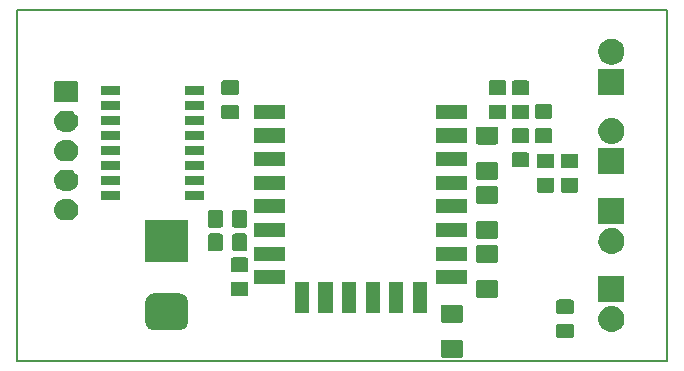
<source format=gbr>
G04 #@! TF.GenerationSoftware,KiCad,Pcbnew,(5.1.2-1)-1*
G04 #@! TF.CreationDate,2019-10-05T22:58:12+03:00*
G04 #@! TF.ProjectId,curtains-driver,63757274-6169-46e7-932d-647269766572,rev?*
G04 #@! TF.SameCoordinates,Original*
G04 #@! TF.FileFunction,Soldermask,Bot*
G04 #@! TF.FilePolarity,Negative*
%FSLAX46Y46*%
G04 Gerber Fmt 4.6, Leading zero omitted, Abs format (unit mm)*
G04 Created by KiCad (PCBNEW (5.1.2-1)-1) date 2019-10-05 22:58:12*
%MOMM*%
%LPD*%
G04 APERTURE LIST*
%ADD10C,0.150000*%
%ADD11C,0.100000*%
G04 APERTURE END LIST*
D10*
X134000000Y-63754000D02*
X134000000Y-93500000D01*
X78968600Y-63754000D02*
X78968600Y-93472000D01*
X134000000Y-93500000D02*
X78968600Y-93472000D01*
X78968600Y-63754000D02*
X134000000Y-63754000D01*
D11*
G36*
X116537562Y-91685581D02*
G01*
X116572481Y-91696174D01*
X116604663Y-91713376D01*
X116632873Y-91736527D01*
X116656024Y-91764737D01*
X116673226Y-91796919D01*
X116683819Y-91831838D01*
X116688000Y-91874295D01*
X116688000Y-93015505D01*
X116683819Y-93057962D01*
X116673226Y-93092881D01*
X116656024Y-93125063D01*
X116632873Y-93153273D01*
X116604663Y-93176424D01*
X116572481Y-93193626D01*
X116537562Y-93204219D01*
X116495105Y-93208400D01*
X115028895Y-93208400D01*
X114986438Y-93204219D01*
X114951519Y-93193626D01*
X114919337Y-93176424D01*
X114891127Y-93153273D01*
X114867976Y-93125063D01*
X114850774Y-93092881D01*
X114840181Y-93057962D01*
X114836000Y-93015505D01*
X114836000Y-91874295D01*
X114840181Y-91831838D01*
X114850774Y-91796919D01*
X114867976Y-91764737D01*
X114891127Y-91736527D01*
X114919337Y-91713376D01*
X114951519Y-91696174D01*
X114986438Y-91685581D01*
X115028895Y-91681400D01*
X116495105Y-91681400D01*
X116537562Y-91685581D01*
X116537562Y-91685581D01*
G37*
G36*
X125937674Y-90319465D02*
G01*
X125975367Y-90330899D01*
X126010103Y-90349466D01*
X126040548Y-90374452D01*
X126065534Y-90404897D01*
X126084101Y-90439633D01*
X126095535Y-90477326D01*
X126100000Y-90522661D01*
X126100000Y-91359339D01*
X126095535Y-91404674D01*
X126084101Y-91442367D01*
X126065534Y-91477103D01*
X126040548Y-91507548D01*
X126010103Y-91532534D01*
X125975367Y-91551101D01*
X125937674Y-91562535D01*
X125892339Y-91567000D01*
X124805661Y-91567000D01*
X124760326Y-91562535D01*
X124722633Y-91551101D01*
X124687897Y-91532534D01*
X124657452Y-91507548D01*
X124632466Y-91477103D01*
X124613899Y-91442367D01*
X124602465Y-91404674D01*
X124598000Y-91359339D01*
X124598000Y-90522661D01*
X124602465Y-90477326D01*
X124613899Y-90439633D01*
X124632466Y-90404897D01*
X124657452Y-90374452D01*
X124687897Y-90349466D01*
X124722633Y-90330899D01*
X124760326Y-90319465D01*
X124805661Y-90315000D01*
X125892339Y-90315000D01*
X125937674Y-90319465D01*
X125937674Y-90319465D01*
G37*
G36*
X129447030Y-88825461D02*
G01*
X129607150Y-88857311D01*
X129642071Y-88871776D01*
X129807520Y-88940307D01*
X129987844Y-89060795D01*
X130141205Y-89214156D01*
X130261693Y-89394480D01*
X130261693Y-89394481D01*
X130344689Y-89594850D01*
X130387000Y-89807561D01*
X130387000Y-90024439D01*
X130344689Y-90237150D01*
X130312442Y-90315000D01*
X130261693Y-90437520D01*
X130141205Y-90617844D01*
X129987844Y-90771205D01*
X129807520Y-90891693D01*
X129607150Y-90974689D01*
X129500794Y-90995845D01*
X129394440Y-91017000D01*
X129177560Y-91017000D01*
X129071205Y-90995844D01*
X128964850Y-90974689D01*
X128764480Y-90891693D01*
X128584156Y-90771205D01*
X128430795Y-90617844D01*
X128310307Y-90437520D01*
X128259558Y-90315000D01*
X128227311Y-90237150D01*
X128185000Y-90024439D01*
X128185000Y-89807561D01*
X128227311Y-89594850D01*
X128310307Y-89394481D01*
X128310307Y-89394480D01*
X128430795Y-89214156D01*
X128584156Y-89060795D01*
X128764480Y-88940307D01*
X128929929Y-88871776D01*
X128964850Y-88857311D01*
X129124970Y-88825461D01*
X129177560Y-88815000D01*
X129394440Y-88815000D01*
X129447030Y-88825461D01*
X129447030Y-88825461D01*
G37*
G36*
X92857479Y-87775293D02*
G01*
X92991125Y-87815834D01*
X93114284Y-87881664D01*
X93222240Y-87970260D01*
X93310836Y-88078216D01*
X93376666Y-88201375D01*
X93417207Y-88335021D01*
X93431500Y-88480140D01*
X93431500Y-90143860D01*
X93417207Y-90288979D01*
X93376666Y-90422625D01*
X93310836Y-90545784D01*
X93222240Y-90653740D01*
X93114284Y-90742336D01*
X92991125Y-90808166D01*
X92857479Y-90848707D01*
X92712360Y-90863000D01*
X90548640Y-90863000D01*
X90403521Y-90848707D01*
X90269875Y-90808166D01*
X90146716Y-90742336D01*
X90038760Y-90653740D01*
X89950164Y-90545784D01*
X89884334Y-90422625D01*
X89843793Y-90288979D01*
X89829500Y-90143860D01*
X89829500Y-88480140D01*
X89843793Y-88335021D01*
X89884334Y-88201375D01*
X89950164Y-88078216D01*
X90038760Y-87970260D01*
X90146716Y-87881664D01*
X90269875Y-87815834D01*
X90403521Y-87775293D01*
X90548640Y-87761000D01*
X92712360Y-87761000D01*
X92857479Y-87775293D01*
X92857479Y-87775293D01*
G37*
G36*
X116537562Y-88710581D02*
G01*
X116572481Y-88721174D01*
X116604663Y-88738376D01*
X116632873Y-88761527D01*
X116656024Y-88789737D01*
X116673226Y-88821919D01*
X116683819Y-88856838D01*
X116688000Y-88899295D01*
X116688000Y-90040505D01*
X116683819Y-90082962D01*
X116673226Y-90117881D01*
X116656024Y-90150063D01*
X116632873Y-90178273D01*
X116604663Y-90201424D01*
X116572481Y-90218626D01*
X116537562Y-90229219D01*
X116495105Y-90233400D01*
X115028895Y-90233400D01*
X114986438Y-90229219D01*
X114951519Y-90218626D01*
X114919337Y-90201424D01*
X114891127Y-90178273D01*
X114867976Y-90150063D01*
X114850774Y-90117881D01*
X114840181Y-90082962D01*
X114836000Y-90040505D01*
X114836000Y-88899295D01*
X114840181Y-88856838D01*
X114850774Y-88821919D01*
X114867976Y-88789737D01*
X114891127Y-88761527D01*
X114919337Y-88738376D01*
X114951519Y-88721174D01*
X114986438Y-88710581D01*
X115028895Y-88706400D01*
X116495105Y-88706400D01*
X116537562Y-88710581D01*
X116537562Y-88710581D01*
G37*
G36*
X125937674Y-88269465D02*
G01*
X125975367Y-88280899D01*
X126010103Y-88299466D01*
X126040548Y-88324452D01*
X126065534Y-88354897D01*
X126084101Y-88389633D01*
X126095535Y-88427326D01*
X126100000Y-88472661D01*
X126100000Y-89309339D01*
X126095535Y-89354674D01*
X126084101Y-89392367D01*
X126065534Y-89427103D01*
X126040548Y-89457548D01*
X126010103Y-89482534D01*
X125975367Y-89501101D01*
X125937674Y-89512535D01*
X125892339Y-89517000D01*
X124805661Y-89517000D01*
X124760326Y-89512535D01*
X124722633Y-89501101D01*
X124687897Y-89482534D01*
X124657452Y-89457548D01*
X124632466Y-89427103D01*
X124613899Y-89392367D01*
X124602465Y-89354674D01*
X124598000Y-89309339D01*
X124598000Y-88472661D01*
X124602465Y-88427326D01*
X124613899Y-88389633D01*
X124632466Y-88354897D01*
X124657452Y-88324452D01*
X124687897Y-88299466D01*
X124722633Y-88280899D01*
X124760326Y-88269465D01*
X124805661Y-88265000D01*
X125892339Y-88265000D01*
X125937674Y-88269465D01*
X125937674Y-88269465D01*
G37*
G36*
X103673000Y-89387500D02*
G01*
X102471000Y-89387500D01*
X102471000Y-86785500D01*
X103673000Y-86785500D01*
X103673000Y-89387500D01*
X103673000Y-89387500D01*
G37*
G36*
X113673000Y-89387500D02*
G01*
X112471000Y-89387500D01*
X112471000Y-86785500D01*
X113673000Y-86785500D01*
X113673000Y-89387500D01*
X113673000Y-89387500D01*
G37*
G36*
X105673000Y-89387500D02*
G01*
X104471000Y-89387500D01*
X104471000Y-86785500D01*
X105673000Y-86785500D01*
X105673000Y-89387500D01*
X105673000Y-89387500D01*
G37*
G36*
X107673000Y-89387500D02*
G01*
X106471000Y-89387500D01*
X106471000Y-86785500D01*
X107673000Y-86785500D01*
X107673000Y-89387500D01*
X107673000Y-89387500D01*
G37*
G36*
X109673000Y-89387500D02*
G01*
X108471000Y-89387500D01*
X108471000Y-86785500D01*
X109673000Y-86785500D01*
X109673000Y-89387500D01*
X109673000Y-89387500D01*
G37*
G36*
X111673000Y-89387500D02*
G01*
X110471000Y-89387500D01*
X110471000Y-86785500D01*
X111673000Y-86785500D01*
X111673000Y-89387500D01*
X111673000Y-89387500D01*
G37*
G36*
X130387000Y-88477000D02*
G01*
X128185000Y-88477000D01*
X128185000Y-86275000D01*
X130387000Y-86275000D01*
X130387000Y-88477000D01*
X130387000Y-88477000D01*
G37*
G36*
X119520562Y-86602181D02*
G01*
X119555481Y-86612774D01*
X119587663Y-86629976D01*
X119615873Y-86653127D01*
X119639024Y-86681337D01*
X119656226Y-86713519D01*
X119666819Y-86748438D01*
X119671000Y-86790895D01*
X119671000Y-87932105D01*
X119666819Y-87974562D01*
X119656226Y-88009481D01*
X119639024Y-88041663D01*
X119615873Y-88069873D01*
X119587663Y-88093024D01*
X119555481Y-88110226D01*
X119520562Y-88120819D01*
X119478105Y-88125000D01*
X118011895Y-88125000D01*
X117969438Y-88120819D01*
X117934519Y-88110226D01*
X117902337Y-88093024D01*
X117874127Y-88069873D01*
X117850976Y-88041663D01*
X117833774Y-88009481D01*
X117823181Y-87974562D01*
X117819000Y-87932105D01*
X117819000Y-86790895D01*
X117823181Y-86748438D01*
X117833774Y-86713519D01*
X117850976Y-86681337D01*
X117874127Y-86653127D01*
X117902337Y-86629976D01*
X117934519Y-86612774D01*
X117969438Y-86602181D01*
X118011895Y-86598000D01*
X119478105Y-86598000D01*
X119520562Y-86602181D01*
X119520562Y-86602181D01*
G37*
G36*
X98378674Y-86763465D02*
G01*
X98416367Y-86774899D01*
X98451103Y-86793466D01*
X98481548Y-86818452D01*
X98506534Y-86848897D01*
X98525101Y-86883633D01*
X98536535Y-86921326D01*
X98541000Y-86966661D01*
X98541000Y-87803339D01*
X98536535Y-87848674D01*
X98525101Y-87886367D01*
X98506534Y-87921103D01*
X98481548Y-87951548D01*
X98451103Y-87976534D01*
X98416367Y-87995101D01*
X98378674Y-88006535D01*
X98333339Y-88011000D01*
X97246661Y-88011000D01*
X97201326Y-88006535D01*
X97163633Y-87995101D01*
X97128897Y-87976534D01*
X97098452Y-87951548D01*
X97073466Y-87921103D01*
X97054899Y-87886367D01*
X97043465Y-87848674D01*
X97039000Y-87803339D01*
X97039000Y-86966661D01*
X97043465Y-86921326D01*
X97054899Y-86883633D01*
X97073466Y-86848897D01*
X97098452Y-86818452D01*
X97128897Y-86793466D01*
X97163633Y-86774899D01*
X97201326Y-86763465D01*
X97246661Y-86759000D01*
X98333339Y-86759000D01*
X98378674Y-86763465D01*
X98378674Y-86763465D01*
G37*
G36*
X117063000Y-86987500D02*
G01*
X114461000Y-86987500D01*
X114461000Y-85785500D01*
X117063000Y-85785500D01*
X117063000Y-86987500D01*
X117063000Y-86987500D01*
G37*
G36*
X101663000Y-86987500D02*
G01*
X99061000Y-86987500D01*
X99061000Y-85785500D01*
X101663000Y-85785500D01*
X101663000Y-86987500D01*
X101663000Y-86987500D01*
G37*
G36*
X98378674Y-84713465D02*
G01*
X98416367Y-84724899D01*
X98451103Y-84743466D01*
X98481548Y-84768452D01*
X98506534Y-84798897D01*
X98525101Y-84833633D01*
X98536535Y-84871326D01*
X98541000Y-84916661D01*
X98541000Y-85753339D01*
X98536535Y-85798674D01*
X98525101Y-85836367D01*
X98506534Y-85871103D01*
X98481548Y-85901548D01*
X98451103Y-85926534D01*
X98416367Y-85945101D01*
X98378674Y-85956535D01*
X98333339Y-85961000D01*
X97246661Y-85961000D01*
X97201326Y-85956535D01*
X97163633Y-85945101D01*
X97128897Y-85926534D01*
X97098452Y-85901548D01*
X97073466Y-85871103D01*
X97054899Y-85836367D01*
X97043465Y-85798674D01*
X97039000Y-85753339D01*
X97039000Y-84916661D01*
X97043465Y-84871326D01*
X97054899Y-84833633D01*
X97073466Y-84798897D01*
X97098452Y-84768452D01*
X97128897Y-84743466D01*
X97163633Y-84724899D01*
X97201326Y-84713465D01*
X97246661Y-84709000D01*
X98333339Y-84709000D01*
X98378674Y-84713465D01*
X98378674Y-84713465D01*
G37*
G36*
X119520562Y-83627181D02*
G01*
X119555481Y-83637774D01*
X119587663Y-83654976D01*
X119615873Y-83678127D01*
X119639024Y-83706337D01*
X119656226Y-83738519D01*
X119666819Y-83773438D01*
X119671000Y-83815895D01*
X119671000Y-84957105D01*
X119666819Y-84999562D01*
X119656226Y-85034481D01*
X119639024Y-85066663D01*
X119615873Y-85094873D01*
X119587663Y-85118024D01*
X119555481Y-85135226D01*
X119520562Y-85145819D01*
X119478105Y-85150000D01*
X118011895Y-85150000D01*
X117969438Y-85145819D01*
X117934519Y-85135226D01*
X117902337Y-85118024D01*
X117874127Y-85094873D01*
X117850976Y-85066663D01*
X117833774Y-85034481D01*
X117823181Y-84999562D01*
X117819000Y-84957105D01*
X117819000Y-83815895D01*
X117823181Y-83773438D01*
X117833774Y-83738519D01*
X117850976Y-83706337D01*
X117874127Y-83678127D01*
X117902337Y-83654976D01*
X117934519Y-83637774D01*
X117969438Y-83627181D01*
X118011895Y-83623000D01*
X119478105Y-83623000D01*
X119520562Y-83627181D01*
X119520562Y-83627181D01*
G37*
G36*
X93431500Y-85113000D02*
G01*
X89829500Y-85113000D01*
X89829500Y-81511000D01*
X93431500Y-81511000D01*
X93431500Y-85113000D01*
X93431500Y-85113000D01*
G37*
G36*
X101663000Y-84987500D02*
G01*
X99061000Y-84987500D01*
X99061000Y-83785500D01*
X101663000Y-83785500D01*
X101663000Y-84987500D01*
X101663000Y-84987500D01*
G37*
G36*
X117063000Y-84987500D02*
G01*
X114461000Y-84987500D01*
X114461000Y-83785500D01*
X117063000Y-83785500D01*
X117063000Y-84987500D01*
X117063000Y-84987500D01*
G37*
G36*
X129500795Y-82232156D02*
G01*
X129607150Y-82253311D01*
X129807520Y-82336307D01*
X129987844Y-82456795D01*
X130141205Y-82610156D01*
X130261693Y-82790480D01*
X130261693Y-82790481D01*
X130321294Y-82934369D01*
X130344689Y-82990851D01*
X130367366Y-83104852D01*
X130387000Y-83203561D01*
X130387000Y-83420439D01*
X130344689Y-83633150D01*
X130335648Y-83654976D01*
X130261693Y-83833520D01*
X130141205Y-84013844D01*
X129987844Y-84167205D01*
X129807520Y-84287693D01*
X129607150Y-84370689D01*
X129500794Y-84391845D01*
X129394440Y-84413000D01*
X129177560Y-84413000D01*
X129071206Y-84391845D01*
X128964850Y-84370689D01*
X128764480Y-84287693D01*
X128584156Y-84167205D01*
X128430795Y-84013844D01*
X128310307Y-83833520D01*
X128236352Y-83654976D01*
X128227311Y-83633150D01*
X128185000Y-83420439D01*
X128185000Y-83203561D01*
X128204635Y-83104852D01*
X128227311Y-82990851D01*
X128250707Y-82934369D01*
X128310307Y-82790481D01*
X128310307Y-82790480D01*
X128430795Y-82610156D01*
X128584156Y-82456795D01*
X128764480Y-82336307D01*
X128864666Y-82294809D01*
X128964850Y-82253311D01*
X129071205Y-82232156D01*
X129177560Y-82211000D01*
X129394440Y-82211000D01*
X129500795Y-82232156D01*
X129500795Y-82232156D01*
G37*
G36*
X96212674Y-82684865D02*
G01*
X96250367Y-82696299D01*
X96285103Y-82714866D01*
X96315548Y-82739852D01*
X96340534Y-82770297D01*
X96359101Y-82805033D01*
X96370535Y-82842726D01*
X96375000Y-82888061D01*
X96375000Y-83974739D01*
X96370535Y-84020074D01*
X96359101Y-84057767D01*
X96340534Y-84092503D01*
X96315548Y-84122948D01*
X96285103Y-84147934D01*
X96250367Y-84166501D01*
X96212674Y-84177935D01*
X96167339Y-84182400D01*
X95330661Y-84182400D01*
X95285326Y-84177935D01*
X95247633Y-84166501D01*
X95212897Y-84147934D01*
X95182452Y-84122948D01*
X95157466Y-84092503D01*
X95138899Y-84057767D01*
X95127465Y-84020074D01*
X95123000Y-83974739D01*
X95123000Y-82888061D01*
X95127465Y-82842726D01*
X95138899Y-82805033D01*
X95157466Y-82770297D01*
X95182452Y-82739852D01*
X95212897Y-82714866D01*
X95247633Y-82696299D01*
X95285326Y-82684865D01*
X95330661Y-82680400D01*
X96167339Y-82680400D01*
X96212674Y-82684865D01*
X96212674Y-82684865D01*
G37*
G36*
X98262674Y-82684865D02*
G01*
X98300367Y-82696299D01*
X98335103Y-82714866D01*
X98365548Y-82739852D01*
X98390534Y-82770297D01*
X98409101Y-82805033D01*
X98420535Y-82842726D01*
X98425000Y-82888061D01*
X98425000Y-83974739D01*
X98420535Y-84020074D01*
X98409101Y-84057767D01*
X98390534Y-84092503D01*
X98365548Y-84122948D01*
X98335103Y-84147934D01*
X98300367Y-84166501D01*
X98262674Y-84177935D01*
X98217339Y-84182400D01*
X97380661Y-84182400D01*
X97335326Y-84177935D01*
X97297633Y-84166501D01*
X97262897Y-84147934D01*
X97232452Y-84122948D01*
X97207466Y-84092503D01*
X97188899Y-84057767D01*
X97177465Y-84020074D01*
X97173000Y-83974739D01*
X97173000Y-82888061D01*
X97177465Y-82842726D01*
X97188899Y-82805033D01*
X97207466Y-82770297D01*
X97232452Y-82739852D01*
X97262897Y-82714866D01*
X97297633Y-82696299D01*
X97335326Y-82684865D01*
X97380661Y-82680400D01*
X98217339Y-82680400D01*
X98262674Y-82684865D01*
X98262674Y-82684865D01*
G37*
G36*
X119520562Y-81627181D02*
G01*
X119555481Y-81637774D01*
X119587663Y-81654976D01*
X119615873Y-81678127D01*
X119639024Y-81706337D01*
X119656226Y-81738519D01*
X119666819Y-81773438D01*
X119671000Y-81815895D01*
X119671000Y-82957105D01*
X119666819Y-82999562D01*
X119656226Y-83034481D01*
X119639024Y-83066663D01*
X119615873Y-83094873D01*
X119587663Y-83118024D01*
X119555481Y-83135226D01*
X119520562Y-83145819D01*
X119478105Y-83150000D01*
X118011895Y-83150000D01*
X117969438Y-83145819D01*
X117934519Y-83135226D01*
X117902337Y-83118024D01*
X117874127Y-83094873D01*
X117850976Y-83066663D01*
X117833774Y-83034481D01*
X117823181Y-82999562D01*
X117819000Y-82957105D01*
X117819000Y-81815895D01*
X117823181Y-81773438D01*
X117833774Y-81738519D01*
X117850976Y-81706337D01*
X117874127Y-81678127D01*
X117902337Y-81654976D01*
X117934519Y-81637774D01*
X117969438Y-81627181D01*
X118011895Y-81623000D01*
X119478105Y-81623000D01*
X119520562Y-81627181D01*
X119520562Y-81627181D01*
G37*
G36*
X117063000Y-82987500D02*
G01*
X114461000Y-82987500D01*
X114461000Y-81785500D01*
X117063000Y-81785500D01*
X117063000Y-82987500D01*
X117063000Y-82987500D01*
G37*
G36*
X101663000Y-82987500D02*
G01*
X99061000Y-82987500D01*
X99061000Y-81785500D01*
X101663000Y-81785500D01*
X101663000Y-82987500D01*
X101663000Y-82987500D01*
G37*
G36*
X96212674Y-80685865D02*
G01*
X96250367Y-80697299D01*
X96285103Y-80715866D01*
X96315548Y-80740852D01*
X96340534Y-80771297D01*
X96359101Y-80806033D01*
X96370535Y-80843726D01*
X96375000Y-80889061D01*
X96375000Y-81975739D01*
X96370535Y-82021074D01*
X96359101Y-82058767D01*
X96340534Y-82093503D01*
X96315548Y-82123948D01*
X96285103Y-82148934D01*
X96250367Y-82167501D01*
X96212674Y-82178935D01*
X96167339Y-82183400D01*
X95330661Y-82183400D01*
X95285326Y-82178935D01*
X95247633Y-82167501D01*
X95212897Y-82148934D01*
X95182452Y-82123948D01*
X95157466Y-82093503D01*
X95138899Y-82058767D01*
X95127465Y-82021074D01*
X95123000Y-81975739D01*
X95123000Y-80889061D01*
X95127465Y-80843726D01*
X95138899Y-80806033D01*
X95157466Y-80771297D01*
X95182452Y-80740852D01*
X95212897Y-80715866D01*
X95247633Y-80697299D01*
X95285326Y-80685865D01*
X95330661Y-80681400D01*
X96167339Y-80681400D01*
X96212674Y-80685865D01*
X96212674Y-80685865D01*
G37*
G36*
X98262674Y-80685865D02*
G01*
X98300367Y-80697299D01*
X98335103Y-80715866D01*
X98365548Y-80740852D01*
X98390534Y-80771297D01*
X98409101Y-80806033D01*
X98420535Y-80843726D01*
X98425000Y-80889061D01*
X98425000Y-81975739D01*
X98420535Y-82021074D01*
X98409101Y-82058767D01*
X98390534Y-82093503D01*
X98365548Y-82123948D01*
X98335103Y-82148934D01*
X98300367Y-82167501D01*
X98262674Y-82178935D01*
X98217339Y-82183400D01*
X97380661Y-82183400D01*
X97335326Y-82178935D01*
X97297633Y-82167501D01*
X97262897Y-82148934D01*
X97232452Y-82123948D01*
X97207466Y-82093503D01*
X97188899Y-82058767D01*
X97177465Y-82021074D01*
X97173000Y-81975739D01*
X97173000Y-80889061D01*
X97177465Y-80843726D01*
X97188899Y-80806033D01*
X97207466Y-80771297D01*
X97232452Y-80740852D01*
X97262897Y-80715866D01*
X97297633Y-80697299D01*
X97335326Y-80685865D01*
X97380661Y-80681400D01*
X98217339Y-80681400D01*
X98262674Y-80685865D01*
X98262674Y-80685865D01*
G37*
G36*
X130387000Y-81873000D02*
G01*
X128185000Y-81873000D01*
X128185000Y-79671000D01*
X130387000Y-79671000D01*
X130387000Y-81873000D01*
X130387000Y-81873000D01*
G37*
G36*
X83356942Y-79781018D02*
G01*
X83423127Y-79787537D01*
X83592966Y-79839057D01*
X83749491Y-79922722D01*
X83785229Y-79952052D01*
X83886686Y-80035314D01*
X83964270Y-80129852D01*
X83999278Y-80172509D01*
X84082943Y-80329034D01*
X84134463Y-80498873D01*
X84151859Y-80675500D01*
X84134463Y-80852127D01*
X84082943Y-81021966D01*
X83999278Y-81178491D01*
X83969948Y-81214229D01*
X83886686Y-81315686D01*
X83785229Y-81398948D01*
X83749491Y-81428278D01*
X83592966Y-81511943D01*
X83423127Y-81563463D01*
X83356942Y-81569982D01*
X83290760Y-81576500D01*
X82952240Y-81576500D01*
X82886058Y-81569982D01*
X82819873Y-81563463D01*
X82650034Y-81511943D01*
X82493509Y-81428278D01*
X82457771Y-81398948D01*
X82356314Y-81315686D01*
X82273052Y-81214229D01*
X82243722Y-81178491D01*
X82160057Y-81021966D01*
X82108537Y-80852127D01*
X82091141Y-80675500D01*
X82108537Y-80498873D01*
X82160057Y-80329034D01*
X82243722Y-80172509D01*
X82278730Y-80129852D01*
X82356314Y-80035314D01*
X82457771Y-79952052D01*
X82493509Y-79922722D01*
X82650034Y-79839057D01*
X82819873Y-79787537D01*
X82886058Y-79781018D01*
X82952240Y-79774500D01*
X83290760Y-79774500D01*
X83356942Y-79781018D01*
X83356942Y-79781018D01*
G37*
G36*
X117063000Y-80987500D02*
G01*
X114461000Y-80987500D01*
X114461000Y-79785500D01*
X117063000Y-79785500D01*
X117063000Y-80987500D01*
X117063000Y-80987500D01*
G37*
G36*
X101663000Y-80987500D02*
G01*
X99061000Y-80987500D01*
X99061000Y-79785500D01*
X101663000Y-79785500D01*
X101663000Y-80987500D01*
X101663000Y-80987500D01*
G37*
G36*
X119520562Y-78652181D02*
G01*
X119555481Y-78662774D01*
X119587663Y-78679976D01*
X119615873Y-78703127D01*
X119639024Y-78731337D01*
X119656226Y-78763519D01*
X119666819Y-78798438D01*
X119671000Y-78840895D01*
X119671000Y-79982105D01*
X119666819Y-80024562D01*
X119656226Y-80059481D01*
X119639024Y-80091663D01*
X119615873Y-80119873D01*
X119587663Y-80143024D01*
X119555481Y-80160226D01*
X119520562Y-80170819D01*
X119478105Y-80175000D01*
X118011895Y-80175000D01*
X117969438Y-80170819D01*
X117934519Y-80160226D01*
X117902337Y-80143024D01*
X117874127Y-80119873D01*
X117850976Y-80091663D01*
X117833774Y-80059481D01*
X117823181Y-80024562D01*
X117819000Y-79982105D01*
X117819000Y-78840895D01*
X117823181Y-78798438D01*
X117833774Y-78763519D01*
X117850976Y-78731337D01*
X117874127Y-78703127D01*
X117902337Y-78679976D01*
X117934519Y-78662774D01*
X117969438Y-78652181D01*
X118011895Y-78648000D01*
X119478105Y-78648000D01*
X119520562Y-78652181D01*
X119520562Y-78652181D01*
G37*
G36*
X94775000Y-79817500D02*
G01*
X93173000Y-79817500D01*
X93173000Y-79115500D01*
X94775000Y-79115500D01*
X94775000Y-79817500D01*
X94775000Y-79817500D01*
G37*
G36*
X87675000Y-79817500D02*
G01*
X86073000Y-79817500D01*
X86073000Y-79115500D01*
X87675000Y-79115500D01*
X87675000Y-79817500D01*
X87675000Y-79817500D01*
G37*
G36*
X124286674Y-77967131D02*
G01*
X124324367Y-77978565D01*
X124359103Y-77997132D01*
X124389548Y-78022118D01*
X124414534Y-78052563D01*
X124433101Y-78087299D01*
X124444535Y-78124992D01*
X124449000Y-78170327D01*
X124449000Y-79007005D01*
X124444535Y-79052340D01*
X124433101Y-79090033D01*
X124414534Y-79124769D01*
X124389548Y-79155214D01*
X124359103Y-79180200D01*
X124324367Y-79198767D01*
X124286674Y-79210201D01*
X124241339Y-79214666D01*
X123154661Y-79214666D01*
X123109326Y-79210201D01*
X123071633Y-79198767D01*
X123036897Y-79180200D01*
X123006452Y-79155214D01*
X122981466Y-79124769D01*
X122962899Y-79090033D01*
X122951465Y-79052340D01*
X122947000Y-79007005D01*
X122947000Y-78170327D01*
X122951465Y-78124992D01*
X122962899Y-78087299D01*
X122981466Y-78052563D01*
X123006452Y-78022118D01*
X123036897Y-77997132D01*
X123071633Y-77978565D01*
X123109326Y-77967131D01*
X123154661Y-77962666D01*
X124241339Y-77962666D01*
X124286674Y-77967131D01*
X124286674Y-77967131D01*
G37*
G36*
X126318674Y-77967131D02*
G01*
X126356367Y-77978565D01*
X126391103Y-77997132D01*
X126421548Y-78022118D01*
X126446534Y-78052563D01*
X126465101Y-78087299D01*
X126476535Y-78124992D01*
X126481000Y-78170327D01*
X126481000Y-79007005D01*
X126476535Y-79052340D01*
X126465101Y-79090033D01*
X126446534Y-79124769D01*
X126421548Y-79155214D01*
X126391103Y-79180200D01*
X126356367Y-79198767D01*
X126318674Y-79210201D01*
X126273339Y-79214666D01*
X125186661Y-79214666D01*
X125141326Y-79210201D01*
X125103633Y-79198767D01*
X125068897Y-79180200D01*
X125038452Y-79155214D01*
X125013466Y-79124769D01*
X124994899Y-79090033D01*
X124983465Y-79052340D01*
X124979000Y-79007005D01*
X124979000Y-78170327D01*
X124983465Y-78124992D01*
X124994899Y-78087299D01*
X125013466Y-78052563D01*
X125038452Y-78022118D01*
X125068897Y-77997132D01*
X125103633Y-77978565D01*
X125141326Y-77967131D01*
X125186661Y-77962666D01*
X126273339Y-77962666D01*
X126318674Y-77967131D01*
X126318674Y-77967131D01*
G37*
G36*
X83356943Y-77281019D02*
G01*
X83423127Y-77287537D01*
X83592966Y-77339057D01*
X83749491Y-77422722D01*
X83785229Y-77452052D01*
X83886686Y-77535314D01*
X83969948Y-77636771D01*
X83999278Y-77672509D01*
X84082943Y-77829034D01*
X84134463Y-77998873D01*
X84151859Y-78175500D01*
X84134463Y-78352127D01*
X84082943Y-78521966D01*
X83999278Y-78678491D01*
X83969948Y-78714229D01*
X83886686Y-78815686D01*
X83785229Y-78898948D01*
X83749491Y-78928278D01*
X83592966Y-79011943D01*
X83423127Y-79063463D01*
X83356942Y-79069982D01*
X83290760Y-79076500D01*
X82952240Y-79076500D01*
X82886058Y-79069982D01*
X82819873Y-79063463D01*
X82650034Y-79011943D01*
X82493509Y-78928278D01*
X82457771Y-78898948D01*
X82356314Y-78815686D01*
X82273052Y-78714229D01*
X82243722Y-78678491D01*
X82160057Y-78521966D01*
X82108537Y-78352127D01*
X82091141Y-78175500D01*
X82108537Y-77998873D01*
X82160057Y-77829034D01*
X82243722Y-77672509D01*
X82273052Y-77636771D01*
X82356314Y-77535314D01*
X82457771Y-77452052D01*
X82493509Y-77422722D01*
X82650034Y-77339057D01*
X82819873Y-77287537D01*
X82886057Y-77281019D01*
X82952240Y-77274500D01*
X83290760Y-77274500D01*
X83356943Y-77281019D01*
X83356943Y-77281019D01*
G37*
G36*
X117063000Y-78987500D02*
G01*
X114461000Y-78987500D01*
X114461000Y-77785500D01*
X117063000Y-77785500D01*
X117063000Y-78987500D01*
X117063000Y-78987500D01*
G37*
G36*
X101663000Y-78987500D02*
G01*
X99061000Y-78987500D01*
X99061000Y-77785500D01*
X101663000Y-77785500D01*
X101663000Y-78987500D01*
X101663000Y-78987500D01*
G37*
G36*
X87675000Y-78547500D02*
G01*
X86073000Y-78547500D01*
X86073000Y-77845500D01*
X87675000Y-77845500D01*
X87675000Y-78547500D01*
X87675000Y-78547500D01*
G37*
G36*
X94775000Y-78547500D02*
G01*
X93173000Y-78547500D01*
X93173000Y-77845500D01*
X94775000Y-77845500D01*
X94775000Y-78547500D01*
X94775000Y-78547500D01*
G37*
G36*
X119520562Y-76602181D02*
G01*
X119555481Y-76612774D01*
X119587663Y-76629976D01*
X119615873Y-76653127D01*
X119639024Y-76681337D01*
X119656226Y-76713519D01*
X119666819Y-76748438D01*
X119671000Y-76790895D01*
X119671000Y-77932105D01*
X119666819Y-77974562D01*
X119656226Y-78009481D01*
X119639024Y-78041663D01*
X119615873Y-78069873D01*
X119587663Y-78093024D01*
X119555481Y-78110226D01*
X119520562Y-78120819D01*
X119478105Y-78125000D01*
X118011895Y-78125000D01*
X117969438Y-78120819D01*
X117934519Y-78110226D01*
X117902337Y-78093024D01*
X117874127Y-78069873D01*
X117850976Y-78041663D01*
X117833774Y-78009481D01*
X117823181Y-77974562D01*
X117819000Y-77932105D01*
X117819000Y-76790895D01*
X117823181Y-76748438D01*
X117833774Y-76713519D01*
X117850976Y-76681337D01*
X117874127Y-76653127D01*
X117902337Y-76629976D01*
X117934519Y-76612774D01*
X117969438Y-76602181D01*
X118011895Y-76598000D01*
X119478105Y-76598000D01*
X119520562Y-76602181D01*
X119520562Y-76602181D01*
G37*
G36*
X130387000Y-77639666D02*
G01*
X128185000Y-77639666D01*
X128185000Y-75437666D01*
X130387000Y-75437666D01*
X130387000Y-77639666D01*
X130387000Y-77639666D01*
G37*
G36*
X87675000Y-77277500D02*
G01*
X86073000Y-77277500D01*
X86073000Y-76575500D01*
X87675000Y-76575500D01*
X87675000Y-77277500D01*
X87675000Y-77277500D01*
G37*
G36*
X94775000Y-77277500D02*
G01*
X93173000Y-77277500D01*
X93173000Y-76575500D01*
X94775000Y-76575500D01*
X94775000Y-77277500D01*
X94775000Y-77277500D01*
G37*
G36*
X126318674Y-75917131D02*
G01*
X126356367Y-75928565D01*
X126391103Y-75947132D01*
X126421548Y-75972118D01*
X126446534Y-76002563D01*
X126465101Y-76037299D01*
X126476535Y-76074992D01*
X126481000Y-76120327D01*
X126481000Y-76957005D01*
X126476535Y-77002340D01*
X126465101Y-77040033D01*
X126446534Y-77074769D01*
X126421548Y-77105214D01*
X126391103Y-77130200D01*
X126356367Y-77148767D01*
X126318674Y-77160201D01*
X126273339Y-77164666D01*
X125186661Y-77164666D01*
X125141326Y-77160201D01*
X125103633Y-77148767D01*
X125068897Y-77130200D01*
X125038452Y-77105214D01*
X125013466Y-77074769D01*
X124994899Y-77040033D01*
X124983465Y-77002340D01*
X124979000Y-76957005D01*
X124979000Y-76120327D01*
X124983465Y-76074992D01*
X124994899Y-76037299D01*
X125013466Y-76002563D01*
X125038452Y-75972118D01*
X125068897Y-75947132D01*
X125103633Y-75928565D01*
X125141326Y-75917131D01*
X125186661Y-75912666D01*
X126273339Y-75912666D01*
X126318674Y-75917131D01*
X126318674Y-75917131D01*
G37*
G36*
X124286674Y-75917131D02*
G01*
X124324367Y-75928565D01*
X124359103Y-75947132D01*
X124389548Y-75972118D01*
X124414534Y-76002563D01*
X124433101Y-76037299D01*
X124444535Y-76074992D01*
X124449000Y-76120327D01*
X124449000Y-76957005D01*
X124444535Y-77002340D01*
X124433101Y-77040033D01*
X124414534Y-77074769D01*
X124389548Y-77105214D01*
X124359103Y-77130200D01*
X124324367Y-77148767D01*
X124286674Y-77160201D01*
X124241339Y-77164666D01*
X123154661Y-77164666D01*
X123109326Y-77160201D01*
X123071633Y-77148767D01*
X123036897Y-77130200D01*
X123006452Y-77105214D01*
X122981466Y-77074769D01*
X122962899Y-77040033D01*
X122951465Y-77002340D01*
X122947000Y-76957005D01*
X122947000Y-76120327D01*
X122951465Y-76074992D01*
X122962899Y-76037299D01*
X122981466Y-76002563D01*
X123006452Y-75972118D01*
X123036897Y-75947132D01*
X123071633Y-75928565D01*
X123109326Y-75917131D01*
X123154661Y-75912666D01*
X124241339Y-75912666D01*
X124286674Y-75917131D01*
X124286674Y-75917131D01*
G37*
G36*
X122163674Y-75814965D02*
G01*
X122201367Y-75826399D01*
X122236103Y-75844966D01*
X122266548Y-75869952D01*
X122291534Y-75900397D01*
X122310101Y-75935133D01*
X122321535Y-75972826D01*
X122326000Y-76018161D01*
X122326000Y-76854839D01*
X122321535Y-76900174D01*
X122310101Y-76937867D01*
X122291534Y-76972603D01*
X122266548Y-77003048D01*
X122236103Y-77028034D01*
X122201367Y-77046601D01*
X122163674Y-77058035D01*
X122118339Y-77062500D01*
X121031661Y-77062500D01*
X120986326Y-77058035D01*
X120948633Y-77046601D01*
X120913897Y-77028034D01*
X120883452Y-77003048D01*
X120858466Y-76972603D01*
X120839899Y-76937867D01*
X120828465Y-76900174D01*
X120824000Y-76854839D01*
X120824000Y-76018161D01*
X120828465Y-75972826D01*
X120839899Y-75935133D01*
X120858466Y-75900397D01*
X120883452Y-75869952D01*
X120913897Y-75844966D01*
X120948633Y-75826399D01*
X120986326Y-75814965D01*
X121031661Y-75810500D01*
X122118339Y-75810500D01*
X122163674Y-75814965D01*
X122163674Y-75814965D01*
G37*
G36*
X101663000Y-76987500D02*
G01*
X99061000Y-76987500D01*
X99061000Y-75785500D01*
X101663000Y-75785500D01*
X101663000Y-76987500D01*
X101663000Y-76987500D01*
G37*
G36*
X117063000Y-76987500D02*
G01*
X114461000Y-76987500D01*
X114461000Y-75785500D01*
X117063000Y-75785500D01*
X117063000Y-76987500D01*
X117063000Y-76987500D01*
G37*
G36*
X83356943Y-74781019D02*
G01*
X83423127Y-74787537D01*
X83592966Y-74839057D01*
X83749491Y-74922722D01*
X83785229Y-74952052D01*
X83886686Y-75035314D01*
X83954563Y-75118024D01*
X83999278Y-75172509D01*
X84082943Y-75329034D01*
X84134463Y-75498873D01*
X84151859Y-75675500D01*
X84134463Y-75852127D01*
X84087331Y-76007500D01*
X84082942Y-76021968D01*
X84074747Y-76037299D01*
X83999278Y-76178491D01*
X83994068Y-76184839D01*
X83886686Y-76315686D01*
X83785229Y-76398948D01*
X83749491Y-76428278D01*
X83592966Y-76511943D01*
X83423127Y-76563463D01*
X83356942Y-76569982D01*
X83290760Y-76576500D01*
X82952240Y-76576500D01*
X82886058Y-76569982D01*
X82819873Y-76563463D01*
X82650034Y-76511943D01*
X82493509Y-76428278D01*
X82457771Y-76398948D01*
X82356314Y-76315686D01*
X82248932Y-76184839D01*
X82243722Y-76178491D01*
X82168253Y-76037299D01*
X82160058Y-76021968D01*
X82155669Y-76007500D01*
X82108537Y-75852127D01*
X82091141Y-75675500D01*
X82108537Y-75498873D01*
X82160057Y-75329034D01*
X82243722Y-75172509D01*
X82288437Y-75118024D01*
X82356314Y-75035314D01*
X82457771Y-74952052D01*
X82493509Y-74922722D01*
X82650034Y-74839057D01*
X82819873Y-74787537D01*
X82886057Y-74781019D01*
X82952240Y-74774500D01*
X83290760Y-74774500D01*
X83356943Y-74781019D01*
X83356943Y-74781019D01*
G37*
G36*
X94775000Y-76007500D02*
G01*
X93173000Y-76007500D01*
X93173000Y-75305500D01*
X94775000Y-75305500D01*
X94775000Y-76007500D01*
X94775000Y-76007500D01*
G37*
G36*
X87675000Y-76007500D02*
G01*
X86073000Y-76007500D01*
X86073000Y-75305500D01*
X87675000Y-75305500D01*
X87675000Y-76007500D01*
X87675000Y-76007500D01*
G37*
G36*
X119520562Y-73627181D02*
G01*
X119555481Y-73637774D01*
X119587663Y-73654976D01*
X119615873Y-73678127D01*
X119639024Y-73706337D01*
X119656226Y-73738519D01*
X119666819Y-73773438D01*
X119671000Y-73815895D01*
X119671000Y-74957105D01*
X119666819Y-74999562D01*
X119656226Y-75034481D01*
X119639024Y-75066663D01*
X119615873Y-75094873D01*
X119587663Y-75118024D01*
X119555481Y-75135226D01*
X119520562Y-75145819D01*
X119478105Y-75150000D01*
X118011895Y-75150000D01*
X117969438Y-75145819D01*
X117934519Y-75135226D01*
X117902337Y-75118024D01*
X117874127Y-75094873D01*
X117850976Y-75066663D01*
X117833774Y-75034481D01*
X117823181Y-74999562D01*
X117819000Y-74957105D01*
X117819000Y-73815895D01*
X117823181Y-73773438D01*
X117833774Y-73738519D01*
X117850976Y-73706337D01*
X117874127Y-73678127D01*
X117902337Y-73654976D01*
X117934519Y-73637774D01*
X117969438Y-73627181D01*
X118011895Y-73623000D01*
X119478105Y-73623000D01*
X119520562Y-73627181D01*
X119520562Y-73627181D01*
G37*
G36*
X129489782Y-72916631D02*
G01*
X129607150Y-72939977D01*
X129671498Y-72966631D01*
X129807520Y-73022973D01*
X129987844Y-73143461D01*
X130141205Y-73296822D01*
X130261693Y-73477146D01*
X130261693Y-73477147D01*
X130344689Y-73677516D01*
X130344883Y-73678491D01*
X130387000Y-73890226D01*
X130387000Y-74107106D01*
X130344689Y-74319815D01*
X130261693Y-74520186D01*
X130141205Y-74700510D01*
X129987844Y-74853871D01*
X129807520Y-74974359D01*
X129715439Y-75012500D01*
X129607150Y-75057355D01*
X129500794Y-75078511D01*
X129394440Y-75099666D01*
X129177560Y-75099666D01*
X129071206Y-75078511D01*
X128964850Y-75057355D01*
X128856561Y-75012500D01*
X128764480Y-74974359D01*
X128584156Y-74853871D01*
X128430795Y-74700510D01*
X128310307Y-74520186D01*
X128227311Y-74319815D01*
X128185000Y-74107106D01*
X128185000Y-73890226D01*
X128227117Y-73678491D01*
X128227311Y-73677516D01*
X128310307Y-73477147D01*
X128310307Y-73477146D01*
X128430795Y-73296822D01*
X128584156Y-73143461D01*
X128764480Y-73022973D01*
X128900502Y-72966631D01*
X128964850Y-72939977D01*
X129082218Y-72916631D01*
X129177560Y-72897666D01*
X129394440Y-72897666D01*
X129489782Y-72916631D01*
X129489782Y-72916631D01*
G37*
G36*
X122163674Y-73764965D02*
G01*
X122201367Y-73776399D01*
X122236103Y-73794966D01*
X122266548Y-73819952D01*
X122291534Y-73850397D01*
X122310101Y-73885133D01*
X122321535Y-73922826D01*
X122326000Y-73968161D01*
X122326000Y-74804839D01*
X122321535Y-74850174D01*
X122310101Y-74887867D01*
X122291534Y-74922603D01*
X122266548Y-74953048D01*
X122236103Y-74978034D01*
X122201367Y-74996601D01*
X122163674Y-75008035D01*
X122118339Y-75012500D01*
X121031661Y-75012500D01*
X120986326Y-75008035D01*
X120948633Y-74996601D01*
X120913897Y-74978034D01*
X120883452Y-74953048D01*
X120858466Y-74922603D01*
X120839899Y-74887867D01*
X120828465Y-74850174D01*
X120824000Y-74804839D01*
X120824000Y-73968161D01*
X120828465Y-73922826D01*
X120839899Y-73885133D01*
X120858466Y-73850397D01*
X120883452Y-73819952D01*
X120913897Y-73794966D01*
X120948633Y-73776399D01*
X120986326Y-73764965D01*
X121031661Y-73760500D01*
X122118339Y-73760500D01*
X122163674Y-73764965D01*
X122163674Y-73764965D01*
G37*
G36*
X124113674Y-73764965D02*
G01*
X124151367Y-73776399D01*
X124186103Y-73794966D01*
X124216548Y-73819952D01*
X124241534Y-73850397D01*
X124260101Y-73885133D01*
X124271535Y-73922826D01*
X124276000Y-73968161D01*
X124276000Y-74804839D01*
X124271535Y-74850174D01*
X124260101Y-74887867D01*
X124241534Y-74922603D01*
X124216548Y-74953048D01*
X124186103Y-74978034D01*
X124151367Y-74996601D01*
X124113674Y-75008035D01*
X124068339Y-75012500D01*
X122981661Y-75012500D01*
X122936326Y-75008035D01*
X122898633Y-74996601D01*
X122863897Y-74978034D01*
X122833452Y-74953048D01*
X122808466Y-74922603D01*
X122789899Y-74887867D01*
X122778465Y-74850174D01*
X122774000Y-74804839D01*
X122774000Y-73968161D01*
X122778465Y-73922826D01*
X122789899Y-73885133D01*
X122808466Y-73850397D01*
X122833452Y-73819952D01*
X122863897Y-73794966D01*
X122898633Y-73776399D01*
X122936326Y-73764965D01*
X122981661Y-73760500D01*
X124068339Y-73760500D01*
X124113674Y-73764965D01*
X124113674Y-73764965D01*
G37*
G36*
X117063000Y-74987500D02*
G01*
X114461000Y-74987500D01*
X114461000Y-73785500D01*
X117063000Y-73785500D01*
X117063000Y-74987500D01*
X117063000Y-74987500D01*
G37*
G36*
X101663000Y-74987500D02*
G01*
X99061000Y-74987500D01*
X99061000Y-73785500D01*
X101663000Y-73785500D01*
X101663000Y-74987500D01*
X101663000Y-74987500D01*
G37*
G36*
X87675000Y-74737500D02*
G01*
X86073000Y-74737500D01*
X86073000Y-74035500D01*
X87675000Y-74035500D01*
X87675000Y-74737500D01*
X87675000Y-74737500D01*
G37*
G36*
X94775000Y-74737500D02*
G01*
X93173000Y-74737500D01*
X93173000Y-74035500D01*
X94775000Y-74035500D01*
X94775000Y-74737500D01*
X94775000Y-74737500D01*
G37*
G36*
X83356943Y-72281019D02*
G01*
X83423127Y-72287537D01*
X83592966Y-72339057D01*
X83749491Y-72422722D01*
X83785229Y-72452052D01*
X83886686Y-72535314D01*
X83969948Y-72636771D01*
X83999278Y-72672509D01*
X84082943Y-72829034D01*
X84134463Y-72998873D01*
X84151859Y-73175500D01*
X84134463Y-73352127D01*
X84082943Y-73521966D01*
X83999278Y-73678491D01*
X83976425Y-73706337D01*
X83886686Y-73815686D01*
X83802063Y-73885133D01*
X83749491Y-73928278D01*
X83592966Y-74011943D01*
X83423127Y-74063463D01*
X83356942Y-74069982D01*
X83290760Y-74076500D01*
X82952240Y-74076500D01*
X82886058Y-74069982D01*
X82819873Y-74063463D01*
X82650034Y-74011943D01*
X82493509Y-73928278D01*
X82440937Y-73885133D01*
X82356314Y-73815686D01*
X82266575Y-73706337D01*
X82243722Y-73678491D01*
X82160057Y-73521966D01*
X82108537Y-73352127D01*
X82091141Y-73175500D01*
X82108537Y-72998873D01*
X82160057Y-72829034D01*
X82243722Y-72672509D01*
X82273052Y-72636771D01*
X82356314Y-72535314D01*
X82457771Y-72452052D01*
X82493509Y-72422722D01*
X82650034Y-72339057D01*
X82819873Y-72287537D01*
X82886057Y-72281019D01*
X82952240Y-72274500D01*
X83290760Y-72274500D01*
X83356943Y-72281019D01*
X83356943Y-72281019D01*
G37*
G36*
X87675000Y-73467500D02*
G01*
X86073000Y-73467500D01*
X86073000Y-72765500D01*
X87675000Y-72765500D01*
X87675000Y-73467500D01*
X87675000Y-73467500D01*
G37*
G36*
X94775000Y-73467500D02*
G01*
X93173000Y-73467500D01*
X93173000Y-72765500D01*
X94775000Y-72765500D01*
X94775000Y-73467500D01*
X94775000Y-73467500D01*
G37*
G36*
X122168174Y-71778465D02*
G01*
X122205867Y-71789899D01*
X122240603Y-71808466D01*
X122271048Y-71833452D01*
X122296034Y-71863897D01*
X122314601Y-71898633D01*
X122326035Y-71936326D01*
X122330500Y-71981661D01*
X122330500Y-72818339D01*
X122326035Y-72863674D01*
X122314601Y-72901367D01*
X122296034Y-72936103D01*
X122271048Y-72966548D01*
X122240603Y-72991534D01*
X122205867Y-73010101D01*
X122168174Y-73021535D01*
X122122839Y-73026000D01*
X121036161Y-73026000D01*
X120990826Y-73021535D01*
X120953133Y-73010101D01*
X120918397Y-72991534D01*
X120887952Y-72966548D01*
X120862966Y-72936103D01*
X120844399Y-72901367D01*
X120832965Y-72863674D01*
X120828500Y-72818339D01*
X120828500Y-71981661D01*
X120832965Y-71936326D01*
X120844399Y-71898633D01*
X120862966Y-71863897D01*
X120887952Y-71833452D01*
X120918397Y-71808466D01*
X120953133Y-71789899D01*
X120990826Y-71778465D01*
X121036161Y-71774000D01*
X122122839Y-71774000D01*
X122168174Y-71778465D01*
X122168174Y-71778465D01*
G37*
G36*
X120222674Y-71764965D02*
G01*
X120260367Y-71776399D01*
X120295103Y-71794966D01*
X120325548Y-71819952D01*
X120350534Y-71850397D01*
X120369101Y-71885133D01*
X120380535Y-71922826D01*
X120385000Y-71968161D01*
X120385000Y-72804839D01*
X120380535Y-72850174D01*
X120369101Y-72887867D01*
X120350534Y-72922603D01*
X120325548Y-72953048D01*
X120295103Y-72978034D01*
X120260367Y-72996601D01*
X120222674Y-73008035D01*
X120177339Y-73012500D01*
X119090661Y-73012500D01*
X119045326Y-73008035D01*
X119007633Y-72996601D01*
X118972897Y-72978034D01*
X118942452Y-72953048D01*
X118917466Y-72922603D01*
X118898899Y-72887867D01*
X118887465Y-72850174D01*
X118883000Y-72804839D01*
X118883000Y-71968161D01*
X118887465Y-71922826D01*
X118898899Y-71885133D01*
X118917466Y-71850397D01*
X118942452Y-71819952D01*
X118972897Y-71794966D01*
X119007633Y-71776399D01*
X119045326Y-71764965D01*
X119090661Y-71760500D01*
X120177339Y-71760500D01*
X120222674Y-71764965D01*
X120222674Y-71764965D01*
G37*
G36*
X97588674Y-71764965D02*
G01*
X97626367Y-71776399D01*
X97661103Y-71794966D01*
X97691548Y-71819952D01*
X97716534Y-71850397D01*
X97735101Y-71885133D01*
X97746535Y-71922826D01*
X97751000Y-71968161D01*
X97751000Y-72804839D01*
X97746535Y-72850174D01*
X97735101Y-72887867D01*
X97716534Y-72922603D01*
X97691548Y-72953048D01*
X97661103Y-72978034D01*
X97626367Y-72996601D01*
X97588674Y-73008035D01*
X97543339Y-73012500D01*
X96456661Y-73012500D01*
X96411326Y-73008035D01*
X96373633Y-72996601D01*
X96338897Y-72978034D01*
X96308452Y-72953048D01*
X96283466Y-72922603D01*
X96264899Y-72887867D01*
X96253465Y-72850174D01*
X96249000Y-72804839D01*
X96249000Y-71968161D01*
X96253465Y-71922826D01*
X96264899Y-71885133D01*
X96283466Y-71850397D01*
X96308452Y-71819952D01*
X96338897Y-71794966D01*
X96373633Y-71776399D01*
X96411326Y-71764965D01*
X96456661Y-71760500D01*
X97543339Y-71760500D01*
X97588674Y-71764965D01*
X97588674Y-71764965D01*
G37*
G36*
X101663000Y-72987500D02*
G01*
X99061000Y-72987500D01*
X99061000Y-71785500D01*
X101663000Y-71785500D01*
X101663000Y-72987500D01*
X101663000Y-72987500D01*
G37*
G36*
X117063000Y-72987500D02*
G01*
X114461000Y-72987500D01*
X114461000Y-71785500D01*
X117063000Y-71785500D01*
X117063000Y-72987500D01*
X117063000Y-72987500D01*
G37*
G36*
X124113674Y-71714965D02*
G01*
X124151367Y-71726399D01*
X124186103Y-71744966D01*
X124216548Y-71769952D01*
X124241534Y-71800397D01*
X124260101Y-71835133D01*
X124271535Y-71872826D01*
X124276000Y-71918161D01*
X124276000Y-72754839D01*
X124271535Y-72800174D01*
X124260101Y-72837867D01*
X124241534Y-72872603D01*
X124216548Y-72903048D01*
X124186103Y-72928034D01*
X124151367Y-72946601D01*
X124113674Y-72958035D01*
X124068339Y-72962500D01*
X122981661Y-72962500D01*
X122936326Y-72958035D01*
X122898633Y-72946601D01*
X122863897Y-72928034D01*
X122833452Y-72903048D01*
X122808466Y-72872603D01*
X122789899Y-72837867D01*
X122778465Y-72800174D01*
X122774000Y-72754839D01*
X122774000Y-71918161D01*
X122778465Y-71872826D01*
X122789899Y-71835133D01*
X122808466Y-71800397D01*
X122833452Y-71769952D01*
X122863897Y-71744966D01*
X122898633Y-71726399D01*
X122936326Y-71714965D01*
X122981661Y-71710500D01*
X124068339Y-71710500D01*
X124113674Y-71714965D01*
X124113674Y-71714965D01*
G37*
G36*
X94775000Y-72197500D02*
G01*
X93173000Y-72197500D01*
X93173000Y-71495500D01*
X94775000Y-71495500D01*
X94775000Y-72197500D01*
X94775000Y-72197500D01*
G37*
G36*
X87675000Y-72197500D02*
G01*
X86073000Y-72197500D01*
X86073000Y-71495500D01*
X87675000Y-71495500D01*
X87675000Y-72197500D01*
X87675000Y-72197500D01*
G37*
G36*
X84005198Y-69778487D02*
G01*
X84038224Y-69788505D01*
X84068659Y-69804773D01*
X84095335Y-69826665D01*
X84117227Y-69853341D01*
X84133495Y-69883776D01*
X84143513Y-69916802D01*
X84147500Y-69957284D01*
X84147500Y-71393716D01*
X84143513Y-71434198D01*
X84133495Y-71467224D01*
X84117227Y-71497659D01*
X84095335Y-71524335D01*
X84068659Y-71546227D01*
X84038224Y-71562495D01*
X84005198Y-71572513D01*
X83964716Y-71576500D01*
X82278284Y-71576500D01*
X82237802Y-71572513D01*
X82204776Y-71562495D01*
X82174341Y-71546227D01*
X82147665Y-71524335D01*
X82125773Y-71497659D01*
X82109505Y-71467224D01*
X82099487Y-71434198D01*
X82095500Y-71393716D01*
X82095500Y-69957284D01*
X82099487Y-69916802D01*
X82109505Y-69883776D01*
X82125773Y-69853341D01*
X82147665Y-69826665D01*
X82174341Y-69804773D01*
X82204776Y-69788505D01*
X82237802Y-69778487D01*
X82278284Y-69774500D01*
X83964716Y-69774500D01*
X84005198Y-69778487D01*
X84005198Y-69778487D01*
G37*
G36*
X122168174Y-69728465D02*
G01*
X122205867Y-69739899D01*
X122240603Y-69758466D01*
X122271048Y-69783452D01*
X122296034Y-69813897D01*
X122314601Y-69848633D01*
X122326035Y-69886326D01*
X122330500Y-69931661D01*
X122330500Y-70768339D01*
X122326035Y-70813674D01*
X122314601Y-70851367D01*
X122296034Y-70886103D01*
X122271048Y-70916548D01*
X122240603Y-70941534D01*
X122205867Y-70960101D01*
X122168174Y-70971535D01*
X122122839Y-70976000D01*
X121036161Y-70976000D01*
X120990826Y-70971535D01*
X120953133Y-70960101D01*
X120918397Y-70941534D01*
X120887952Y-70916548D01*
X120862966Y-70886103D01*
X120844399Y-70851367D01*
X120832965Y-70813674D01*
X120828500Y-70768339D01*
X120828500Y-69931661D01*
X120832965Y-69886326D01*
X120844399Y-69848633D01*
X120862966Y-69813897D01*
X120887952Y-69783452D01*
X120918397Y-69758466D01*
X120953133Y-69739899D01*
X120990826Y-69728465D01*
X121036161Y-69724000D01*
X122122839Y-69724000D01*
X122168174Y-69728465D01*
X122168174Y-69728465D01*
G37*
G36*
X120222674Y-69714965D02*
G01*
X120260367Y-69726399D01*
X120295103Y-69744966D01*
X120325548Y-69769952D01*
X120350534Y-69800397D01*
X120369101Y-69835133D01*
X120380535Y-69872826D01*
X120385000Y-69918161D01*
X120385000Y-70754839D01*
X120380535Y-70800174D01*
X120369101Y-70837867D01*
X120350534Y-70872603D01*
X120325548Y-70903048D01*
X120295103Y-70928034D01*
X120260367Y-70946601D01*
X120222674Y-70958035D01*
X120177339Y-70962500D01*
X119090661Y-70962500D01*
X119045326Y-70958035D01*
X119007633Y-70946601D01*
X118972897Y-70928034D01*
X118942452Y-70903048D01*
X118917466Y-70872603D01*
X118898899Y-70837867D01*
X118887465Y-70800174D01*
X118883000Y-70754839D01*
X118883000Y-69918161D01*
X118887465Y-69872826D01*
X118898899Y-69835133D01*
X118917466Y-69800397D01*
X118942452Y-69769952D01*
X118972897Y-69744966D01*
X119007633Y-69726399D01*
X119045326Y-69714965D01*
X119090661Y-69710500D01*
X120177339Y-69710500D01*
X120222674Y-69714965D01*
X120222674Y-69714965D01*
G37*
G36*
X97588674Y-69714965D02*
G01*
X97626367Y-69726399D01*
X97661103Y-69744966D01*
X97691548Y-69769952D01*
X97716534Y-69800397D01*
X97735101Y-69835133D01*
X97746535Y-69872826D01*
X97751000Y-69918161D01*
X97751000Y-70754839D01*
X97746535Y-70800174D01*
X97735101Y-70837867D01*
X97716534Y-70872603D01*
X97691548Y-70903048D01*
X97661103Y-70928034D01*
X97626367Y-70946601D01*
X97588674Y-70958035D01*
X97543339Y-70962500D01*
X96456661Y-70962500D01*
X96411326Y-70958035D01*
X96373633Y-70946601D01*
X96338897Y-70928034D01*
X96308452Y-70903048D01*
X96283466Y-70872603D01*
X96264899Y-70837867D01*
X96253465Y-70800174D01*
X96249000Y-70754839D01*
X96249000Y-69918161D01*
X96253465Y-69872826D01*
X96264899Y-69835133D01*
X96283466Y-69800397D01*
X96308452Y-69769952D01*
X96338897Y-69744966D01*
X96373633Y-69726399D01*
X96411326Y-69714965D01*
X96456661Y-69710500D01*
X97543339Y-69710500D01*
X97588674Y-69714965D01*
X97588674Y-69714965D01*
G37*
G36*
X94775000Y-70927500D02*
G01*
X93173000Y-70927500D01*
X93173000Y-70225500D01*
X94775000Y-70225500D01*
X94775000Y-70927500D01*
X94775000Y-70927500D01*
G37*
G36*
X87675000Y-70927500D02*
G01*
X86073000Y-70927500D01*
X86073000Y-70225500D01*
X87675000Y-70225500D01*
X87675000Y-70927500D01*
X87675000Y-70927500D01*
G37*
G36*
X130387000Y-70925600D02*
G01*
X128185000Y-70925600D01*
X128185000Y-68723600D01*
X130387000Y-68723600D01*
X130387000Y-70925600D01*
X130387000Y-70925600D01*
G37*
G36*
X129500794Y-66204755D02*
G01*
X129607150Y-66225911D01*
X129807520Y-66308907D01*
X129987844Y-66429395D01*
X130141205Y-66582756D01*
X130261693Y-66763080D01*
X130344689Y-66963451D01*
X130387000Y-67176160D01*
X130387000Y-67393040D01*
X130344689Y-67605749D01*
X130261693Y-67806120D01*
X130141205Y-67986444D01*
X129987844Y-68139805D01*
X129807520Y-68260293D01*
X129707334Y-68301791D01*
X129607150Y-68343289D01*
X129500795Y-68364444D01*
X129394440Y-68385600D01*
X129177560Y-68385600D01*
X129071205Y-68364444D01*
X128964850Y-68343289D01*
X128764480Y-68260293D01*
X128584156Y-68139805D01*
X128430795Y-67986444D01*
X128310307Y-67806120D01*
X128227311Y-67605749D01*
X128185000Y-67393040D01*
X128185000Y-67176160D01*
X128227311Y-66963451D01*
X128310307Y-66763080D01*
X128430795Y-66582756D01*
X128584156Y-66429395D01*
X128764480Y-66308907D01*
X128964850Y-66225911D01*
X129071206Y-66204755D01*
X129177560Y-66183600D01*
X129394440Y-66183600D01*
X129500794Y-66204755D01*
X129500794Y-66204755D01*
G37*
M02*

</source>
